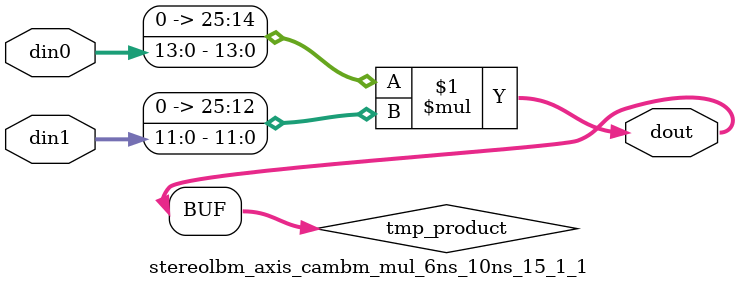
<source format=v>

`timescale 1 ns / 1 ps

  module stereolbm_axis_cambm_mul_6ns_10ns_15_1_1(din0, din1, dout);
parameter ID = 1;
parameter NUM_STAGE = 0;
parameter din0_WIDTH = 14;
parameter din1_WIDTH = 12;
parameter dout_WIDTH = 26;

input [din0_WIDTH - 1 : 0] din0; 
input [din1_WIDTH - 1 : 0] din1; 
output [dout_WIDTH - 1 : 0] dout;

wire signed [dout_WIDTH - 1 : 0] tmp_product;










assign tmp_product = $signed({1'b0, din0}) * $signed({1'b0, din1});











assign dout = tmp_product;







endmodule

</source>
